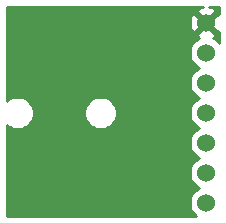
<source format=gbr>
G04 #@! TF.GenerationSoftware,KiCad,Pcbnew,(5.1.5)-3*
G04 #@! TF.CreationDate,2020-12-21T12:58:05+01:00*
G04 #@! TF.ProjectId,epimetheus_max30102,6570696d-6574-4686-9575-735f6d617833,rev?*
G04 #@! TF.SameCoordinates,Original*
G04 #@! TF.FileFunction,Copper,L2,Bot*
G04 #@! TF.FilePolarity,Positive*
%FSLAX46Y46*%
G04 Gerber Fmt 4.6, Leading zero omitted, Abs format (unit mm)*
G04 Created by KiCad (PCBNEW (5.1.5)-3) date 2020-12-21 12:58:05*
%MOMM*%
%LPD*%
G04 APERTURE LIST*
%ADD10C,1.524000*%
%ADD11C,0.254000*%
G04 APERTURE END LIST*
D10*
X179324000Y-23368000D03*
X179324000Y-25908000D03*
X179324000Y-28448000D03*
X179324000Y-30988000D03*
X179324000Y-33528000D03*
X179324000Y-36068000D03*
X179324000Y-38608000D03*
D11*
G36*
X178979867Y-22007078D02*
G01*
X178720977Y-22100364D01*
X178605020Y-22162344D01*
X178538040Y-22402435D01*
X179324000Y-23188395D01*
X180109960Y-22402435D01*
X180042980Y-22162344D01*
X179793952Y-22045244D01*
X179595476Y-21996000D01*
X180442001Y-21996000D01*
X180442001Y-22624566D01*
X180289565Y-22582040D01*
X179503605Y-23368000D01*
X180289565Y-24153960D01*
X180442001Y-24111434D01*
X180442001Y-25066674D01*
X180409120Y-25017465D01*
X180214535Y-24822880D01*
X179985727Y-24669995D01*
X179914057Y-24640308D01*
X179927023Y-24635636D01*
X180042980Y-24573656D01*
X180109960Y-24333565D01*
X179324000Y-23547605D01*
X178538040Y-24333565D01*
X178605020Y-24573656D01*
X178740760Y-24637485D01*
X178662273Y-24669995D01*
X178433465Y-24822880D01*
X178238880Y-25017465D01*
X178085995Y-25246273D01*
X177980686Y-25500510D01*
X177927000Y-25770408D01*
X177927000Y-26045592D01*
X177980686Y-26315490D01*
X178085995Y-26569727D01*
X178238880Y-26798535D01*
X178433465Y-26993120D01*
X178662273Y-27146005D01*
X178739515Y-27178000D01*
X178662273Y-27209995D01*
X178433465Y-27362880D01*
X178238880Y-27557465D01*
X178085995Y-27786273D01*
X177980686Y-28040510D01*
X177927000Y-28310408D01*
X177927000Y-28585592D01*
X177980686Y-28855490D01*
X178085995Y-29109727D01*
X178238880Y-29338535D01*
X178433465Y-29533120D01*
X178662273Y-29686005D01*
X178739515Y-29718000D01*
X178662273Y-29749995D01*
X178433465Y-29902880D01*
X178238880Y-30097465D01*
X178085995Y-30326273D01*
X177980686Y-30580510D01*
X177927000Y-30850408D01*
X177927000Y-31125592D01*
X177980686Y-31395490D01*
X178085995Y-31649727D01*
X178238880Y-31878535D01*
X178433465Y-32073120D01*
X178662273Y-32226005D01*
X178739515Y-32258000D01*
X178662273Y-32289995D01*
X178433465Y-32442880D01*
X178238880Y-32637465D01*
X178085995Y-32866273D01*
X177980686Y-33120510D01*
X177927000Y-33390408D01*
X177927000Y-33665592D01*
X177980686Y-33935490D01*
X178085995Y-34189727D01*
X178238880Y-34418535D01*
X178433465Y-34613120D01*
X178662273Y-34766005D01*
X178739515Y-34798000D01*
X178662273Y-34829995D01*
X178433465Y-34982880D01*
X178238880Y-35177465D01*
X178085995Y-35406273D01*
X177980686Y-35660510D01*
X177927000Y-35930408D01*
X177927000Y-36205592D01*
X177980686Y-36475490D01*
X178085995Y-36729727D01*
X178238880Y-36958535D01*
X178433465Y-37153120D01*
X178662273Y-37306005D01*
X178739515Y-37338000D01*
X178662273Y-37369995D01*
X178433465Y-37522880D01*
X178238880Y-37717465D01*
X178085995Y-37946273D01*
X177980686Y-38200510D01*
X177927000Y-38470408D01*
X177927000Y-38745592D01*
X177980686Y-39015490D01*
X178085995Y-39269727D01*
X178238880Y-39498535D01*
X178433465Y-39693120D01*
X178482673Y-39726000D01*
X162458000Y-39726000D01*
X162458000Y-32031685D01*
X162490114Y-32063799D01*
X162716957Y-32215371D01*
X162969011Y-32319775D01*
X163236589Y-32373000D01*
X163509411Y-32373000D01*
X163776989Y-32319775D01*
X164029043Y-32215371D01*
X164255886Y-32063799D01*
X164448799Y-31870886D01*
X164600371Y-31644043D01*
X164704775Y-31391989D01*
X164758000Y-31124411D01*
X164758000Y-30851589D01*
X168988000Y-30851589D01*
X168988000Y-31124411D01*
X169041225Y-31391989D01*
X169145629Y-31644043D01*
X169297201Y-31870886D01*
X169490114Y-32063799D01*
X169716957Y-32215371D01*
X169969011Y-32319775D01*
X170236589Y-32373000D01*
X170509411Y-32373000D01*
X170776989Y-32319775D01*
X171029043Y-32215371D01*
X171255886Y-32063799D01*
X171448799Y-31870886D01*
X171600371Y-31644043D01*
X171704775Y-31391989D01*
X171758000Y-31124411D01*
X171758000Y-30851589D01*
X171704775Y-30584011D01*
X171600371Y-30331957D01*
X171448799Y-30105114D01*
X171255886Y-29912201D01*
X171029043Y-29760629D01*
X170776989Y-29656225D01*
X170509411Y-29603000D01*
X170236589Y-29603000D01*
X169969011Y-29656225D01*
X169716957Y-29760629D01*
X169490114Y-29912201D01*
X169297201Y-30105114D01*
X169145629Y-30331957D01*
X169041225Y-30584011D01*
X168988000Y-30851589D01*
X164758000Y-30851589D01*
X164704775Y-30584011D01*
X164600371Y-30331957D01*
X164448799Y-30105114D01*
X164255886Y-29912201D01*
X164029043Y-29760629D01*
X163776989Y-29656225D01*
X163509411Y-29603000D01*
X163236589Y-29603000D01*
X162969011Y-29656225D01*
X162716957Y-29760629D01*
X162490114Y-29912201D01*
X162458000Y-29944315D01*
X162458000Y-23440017D01*
X177922090Y-23440017D01*
X177963078Y-23712133D01*
X178056364Y-23971023D01*
X178118344Y-24086980D01*
X178358435Y-24153960D01*
X179144395Y-23368000D01*
X178358435Y-22582040D01*
X178118344Y-22649020D01*
X178001244Y-22898048D01*
X177934977Y-23165135D01*
X177922090Y-23440017D01*
X162458000Y-23440017D01*
X162458000Y-21996000D01*
X179053413Y-21996000D01*
X178979867Y-22007078D01*
G37*
X178979867Y-22007078D02*
X178720977Y-22100364D01*
X178605020Y-22162344D01*
X178538040Y-22402435D01*
X179324000Y-23188395D01*
X180109960Y-22402435D01*
X180042980Y-22162344D01*
X179793952Y-22045244D01*
X179595476Y-21996000D01*
X180442001Y-21996000D01*
X180442001Y-22624566D01*
X180289565Y-22582040D01*
X179503605Y-23368000D01*
X180289565Y-24153960D01*
X180442001Y-24111434D01*
X180442001Y-25066674D01*
X180409120Y-25017465D01*
X180214535Y-24822880D01*
X179985727Y-24669995D01*
X179914057Y-24640308D01*
X179927023Y-24635636D01*
X180042980Y-24573656D01*
X180109960Y-24333565D01*
X179324000Y-23547605D01*
X178538040Y-24333565D01*
X178605020Y-24573656D01*
X178740760Y-24637485D01*
X178662273Y-24669995D01*
X178433465Y-24822880D01*
X178238880Y-25017465D01*
X178085995Y-25246273D01*
X177980686Y-25500510D01*
X177927000Y-25770408D01*
X177927000Y-26045592D01*
X177980686Y-26315490D01*
X178085995Y-26569727D01*
X178238880Y-26798535D01*
X178433465Y-26993120D01*
X178662273Y-27146005D01*
X178739515Y-27178000D01*
X178662273Y-27209995D01*
X178433465Y-27362880D01*
X178238880Y-27557465D01*
X178085995Y-27786273D01*
X177980686Y-28040510D01*
X177927000Y-28310408D01*
X177927000Y-28585592D01*
X177980686Y-28855490D01*
X178085995Y-29109727D01*
X178238880Y-29338535D01*
X178433465Y-29533120D01*
X178662273Y-29686005D01*
X178739515Y-29718000D01*
X178662273Y-29749995D01*
X178433465Y-29902880D01*
X178238880Y-30097465D01*
X178085995Y-30326273D01*
X177980686Y-30580510D01*
X177927000Y-30850408D01*
X177927000Y-31125592D01*
X177980686Y-31395490D01*
X178085995Y-31649727D01*
X178238880Y-31878535D01*
X178433465Y-32073120D01*
X178662273Y-32226005D01*
X178739515Y-32258000D01*
X178662273Y-32289995D01*
X178433465Y-32442880D01*
X178238880Y-32637465D01*
X178085995Y-32866273D01*
X177980686Y-33120510D01*
X177927000Y-33390408D01*
X177927000Y-33665592D01*
X177980686Y-33935490D01*
X178085995Y-34189727D01*
X178238880Y-34418535D01*
X178433465Y-34613120D01*
X178662273Y-34766005D01*
X178739515Y-34798000D01*
X178662273Y-34829995D01*
X178433465Y-34982880D01*
X178238880Y-35177465D01*
X178085995Y-35406273D01*
X177980686Y-35660510D01*
X177927000Y-35930408D01*
X177927000Y-36205592D01*
X177980686Y-36475490D01*
X178085995Y-36729727D01*
X178238880Y-36958535D01*
X178433465Y-37153120D01*
X178662273Y-37306005D01*
X178739515Y-37338000D01*
X178662273Y-37369995D01*
X178433465Y-37522880D01*
X178238880Y-37717465D01*
X178085995Y-37946273D01*
X177980686Y-38200510D01*
X177927000Y-38470408D01*
X177927000Y-38745592D01*
X177980686Y-39015490D01*
X178085995Y-39269727D01*
X178238880Y-39498535D01*
X178433465Y-39693120D01*
X178482673Y-39726000D01*
X162458000Y-39726000D01*
X162458000Y-32031685D01*
X162490114Y-32063799D01*
X162716957Y-32215371D01*
X162969011Y-32319775D01*
X163236589Y-32373000D01*
X163509411Y-32373000D01*
X163776989Y-32319775D01*
X164029043Y-32215371D01*
X164255886Y-32063799D01*
X164448799Y-31870886D01*
X164600371Y-31644043D01*
X164704775Y-31391989D01*
X164758000Y-31124411D01*
X164758000Y-30851589D01*
X168988000Y-30851589D01*
X168988000Y-31124411D01*
X169041225Y-31391989D01*
X169145629Y-31644043D01*
X169297201Y-31870886D01*
X169490114Y-32063799D01*
X169716957Y-32215371D01*
X169969011Y-32319775D01*
X170236589Y-32373000D01*
X170509411Y-32373000D01*
X170776989Y-32319775D01*
X171029043Y-32215371D01*
X171255886Y-32063799D01*
X171448799Y-31870886D01*
X171600371Y-31644043D01*
X171704775Y-31391989D01*
X171758000Y-31124411D01*
X171758000Y-30851589D01*
X171704775Y-30584011D01*
X171600371Y-30331957D01*
X171448799Y-30105114D01*
X171255886Y-29912201D01*
X171029043Y-29760629D01*
X170776989Y-29656225D01*
X170509411Y-29603000D01*
X170236589Y-29603000D01*
X169969011Y-29656225D01*
X169716957Y-29760629D01*
X169490114Y-29912201D01*
X169297201Y-30105114D01*
X169145629Y-30331957D01*
X169041225Y-30584011D01*
X168988000Y-30851589D01*
X164758000Y-30851589D01*
X164704775Y-30584011D01*
X164600371Y-30331957D01*
X164448799Y-30105114D01*
X164255886Y-29912201D01*
X164029043Y-29760629D01*
X163776989Y-29656225D01*
X163509411Y-29603000D01*
X163236589Y-29603000D01*
X162969011Y-29656225D01*
X162716957Y-29760629D01*
X162490114Y-29912201D01*
X162458000Y-29944315D01*
X162458000Y-23440017D01*
X177922090Y-23440017D01*
X177963078Y-23712133D01*
X178056364Y-23971023D01*
X178118344Y-24086980D01*
X178358435Y-24153960D01*
X179144395Y-23368000D01*
X178358435Y-22582040D01*
X178118344Y-22649020D01*
X178001244Y-22898048D01*
X177934977Y-23165135D01*
X177922090Y-23440017D01*
X162458000Y-23440017D01*
X162458000Y-21996000D01*
X179053413Y-21996000D01*
X178979867Y-22007078D01*
M02*

</source>
